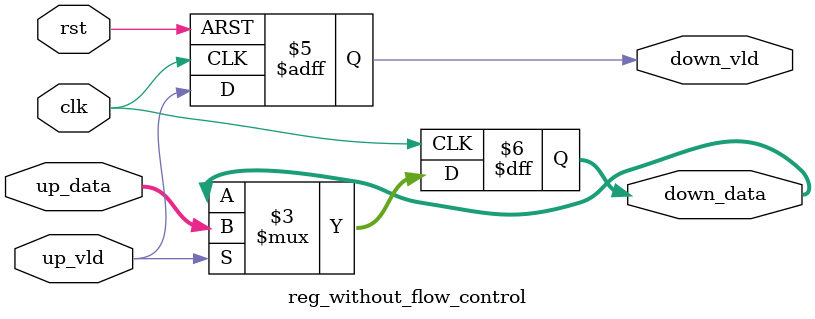
<source format=sv>
`include "config.vh"

module reg_without_flow_control
# (
  parameter w = 0
)
(
  input                  clk,
  input                  rst,

  input                  up_vld,
  input        [w - 1:0] up_data,

  output logic           down_vld,
  output logic [w - 1:0] down_data
);

  // "if (up_vld)" helps to reduce switching
  // and save dynamic power since synthesis
  // converts it into clock enable

  always_ff @ (posedge clk)
    if (up_vld)
      down_data <= up_data;

  // Valid bit, unlike data bit, has to have a reset

  always_ff @ (posedge clk or posedge rst)
    if (rst)
      down_vld <= 1'b0;
    else
      down_vld <= up_vld;

endmodule

</source>
